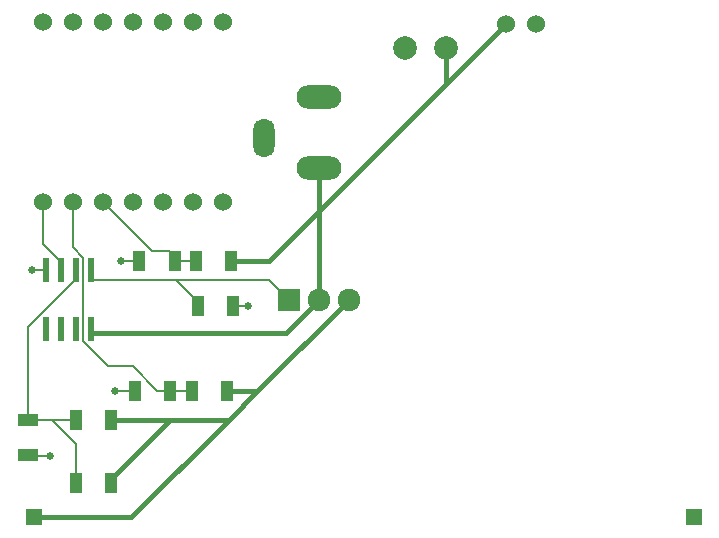
<source format=gtl>
G04*
G04 #@! TF.GenerationSoftware,Altium Limited,Altium Designer,23.6.0 (18)*
G04*
G04 Layer_Physical_Order=1*
G04 Layer_Color=255*
%FSLAX44Y44*%
%MOMM*%
G71*
G04*
G04 #@! TF.SameCoordinates,07302BCA-5FAF-470A-8E07-FBA56CC999C1*
G04*
G04*
G04 #@! TF.FilePolarity,Positive*
G04*
G01*
G75*
%ADD13C,0.1524*%
%ADD16R,1.1176X1.8034*%
%ADD17R,1.8034X1.1176*%
G04:AMPARAMS|DCode=18|XSize=1.97mm|YSize=0.59mm|CornerRadius=0.0738mm|HoleSize=0mm|Usage=FLASHONLY|Rotation=270.000|XOffset=0mm|YOffset=0mm|HoleType=Round|Shape=RoundedRectangle|*
%AMROUNDEDRECTD18*
21,1,1.9700,0.4425,0,0,270.0*
21,1,1.8225,0.5900,0,0,270.0*
1,1,0.1475,-0.2213,-0.9113*
1,1,0.1475,-0.2213,0.9113*
1,1,0.1475,0.2213,0.9113*
1,1,0.1475,0.2213,-0.9113*
%
%ADD18ROUNDEDRECTD18*%
%ADD30C,0.3810*%
%ADD31C,1.9200*%
%ADD32R,1.9200X1.9200*%
%ADD33C,1.5240*%
%ADD34R,1.3700X1.3700*%
%ADD35O,3.8000X2.0000*%
%ADD36O,1.8000X3.3000*%
%ADD37C,2.0000*%
%ADD38C,0.6350*%
D13*
X139526Y151130D02*
X157734D01*
X19050Y96774D02*
X19304Y96520D01*
X38100D01*
X39624Y127000D02*
X59944D01*
X19304D02*
X39624D01*
X59944Y73660D02*
Y106680D01*
X39624Y127000D02*
X59944Y106680D01*
X19050Y126746D02*
X19304Y127000D01*
X19050Y126746D02*
Y205810D01*
X59690Y246450D01*
Y253350D01*
X192786Y223520D02*
X205740D01*
X74578Y244999D02*
X144764D01*
X162814Y223520D02*
Y226949D01*
X144764Y244999D02*
X162814Y226949D01*
X143336Y261620D02*
X161544D01*
X82550Y311150D02*
X83109D01*
X124384Y269875D01*
X138510D01*
X143336Y265049D01*
Y261620D02*
Y265049D01*
X92710Y151130D02*
X109554D01*
X128829D02*
X139526D01*
X107763Y172195D02*
X128829Y151130D01*
X87007Y172195D02*
X107763D01*
X65942Y193260D02*
X87007Y172195D01*
X97790Y261620D02*
X113364D01*
X33640Y254000D02*
X34290Y253350D01*
X22860Y254000D02*
X33640D01*
X31750Y275490D02*
Y311150D01*
Y275490D02*
X46990Y260250D01*
Y253350D02*
Y260250D01*
X65942Y193260D02*
Y264135D01*
X57150Y272927D02*
X65942Y264135D01*
X57150Y272927D02*
Y311150D01*
X144764Y244999D02*
X223631D01*
X240030Y228600D01*
X72390Y247187D02*
Y253350D01*
Y247187D02*
X74578Y244999D01*
D16*
X162814Y223520D02*
D03*
X192786D02*
D03*
X161544Y261620D02*
D03*
X191516D02*
D03*
X187706Y151130D02*
D03*
X157734D02*
D03*
X139526D02*
D03*
X109554D02*
D03*
X89916Y127000D02*
D03*
X59944D02*
D03*
X143336Y261620D02*
D03*
X113364D02*
D03*
X89916Y73660D02*
D03*
X59944D02*
D03*
D17*
X19050Y126746D02*
D03*
Y96774D02*
D03*
D18*
X72390Y253350D02*
D03*
X59690D02*
D03*
X46990D02*
D03*
X34290D02*
D03*
Y203850D02*
D03*
X46990D02*
D03*
X59690D02*
D03*
X72390D02*
D03*
D30*
X187706Y151130D02*
X213360D01*
X191516Y261620D02*
X223520D01*
X139573Y127000D02*
X189230D01*
X89916D02*
X139573D01*
X89916Y73660D02*
Y77089D01*
X139573Y126746D01*
Y127000D01*
X106680Y44450D02*
X189230Y127000D01*
X213360Y151130D01*
X265430Y228514D02*
Y228600D01*
X73435Y200660D02*
X237576D01*
X265430Y228514D01*
X72390Y201705D02*
X73435Y200660D01*
X72390Y201705D02*
Y203850D01*
X213360Y151130D02*
X290830Y228600D01*
X24130Y44450D02*
X106680D01*
X223520Y261620D02*
X265430Y303530D01*
X373380Y411480D02*
X424180Y462280D01*
X373380Y411480D02*
Y441960D01*
X265430Y303530D02*
X373380Y411480D01*
X265430Y303530D02*
Y340360D01*
Y228600D02*
Y303530D01*
D31*
X290830Y228600D02*
D03*
X265430D02*
D03*
D32*
X240030D02*
D03*
D33*
X31750Y463550D02*
D03*
X57150D02*
D03*
X82550D02*
D03*
X107950D02*
D03*
X133350D02*
D03*
X158750D02*
D03*
X184150D02*
D03*
X31750Y311150D02*
D03*
X57150D02*
D03*
X82550D02*
D03*
X107950D02*
D03*
X133350D02*
D03*
X158750D02*
D03*
X184150D02*
D03*
X424180Y462280D02*
D03*
X449580D02*
D03*
D34*
X582930Y44450D02*
D03*
X24130D02*
D03*
D35*
X265430Y340360D02*
D03*
Y400360D02*
D03*
D36*
X218930Y365360D02*
D03*
D37*
X338380Y441960D02*
D03*
X373380D02*
D03*
D38*
X38100Y96520D02*
D03*
X205740Y223520D02*
D03*
X92710Y151130D02*
D03*
X97790Y261620D02*
D03*
X22860Y254000D02*
D03*
M02*

</source>
